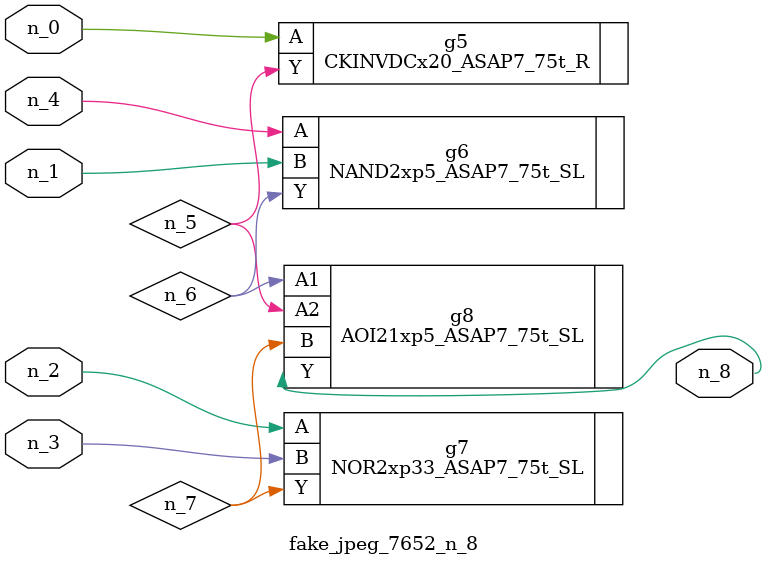
<source format=v>
module fake_jpeg_7652_n_8 (n_3, n_2, n_1, n_0, n_4, n_8);

input n_3;
input n_2;
input n_1;
input n_0;
input n_4;

output n_8;

wire n_6;
wire n_5;
wire n_7;

CKINVDCx20_ASAP7_75t_R g5 ( 
.A(n_0),
.Y(n_5)
);

NAND2xp5_ASAP7_75t_SL g6 ( 
.A(n_4),
.B(n_1),
.Y(n_6)
);

NOR2xp33_ASAP7_75t_SL g7 ( 
.A(n_2),
.B(n_3),
.Y(n_7)
);

AOI21xp5_ASAP7_75t_SL g8 ( 
.A1(n_6),
.A2(n_5),
.B(n_7),
.Y(n_8)
);


endmodule
</source>
